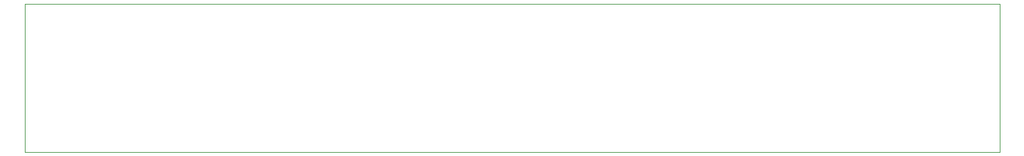
<source format=gbr>
G04 #@! TF.GenerationSoftware,KiCad,Pcbnew,5.1.5+dfsg1-2build2*
G04 #@! TF.CreationDate,2021-02-05T18:22:43+01:00*
G04 #@! TF.ProjectId,DNMS,444e4d53-2e6b-4696-9361-645f70636258,0.9.0*
G04 #@! TF.SameCoordinates,Original*
G04 #@! TF.FileFunction,Profile,NP*
%FSLAX46Y46*%
G04 Gerber Fmt 4.6, Leading zero omitted, Abs format (unit mm)*
G04 Created by KiCad (PCBNEW 5.1.5+dfsg1-2build2) date 2021-02-05 18:22:43*
%MOMM*%
%LPD*%
G04 APERTURE LIST*
%ADD10C,0.050000*%
G04 APERTURE END LIST*
D10*
X60858400Y-94000000D02*
X186961800Y-94000000D01*
X60858400Y-74799800D02*
X186961800Y-74799800D01*
X60858400Y-74799800D02*
X60858400Y-94000000D01*
X186961800Y-74799800D02*
X186961800Y-94000000D01*
M02*

</source>
